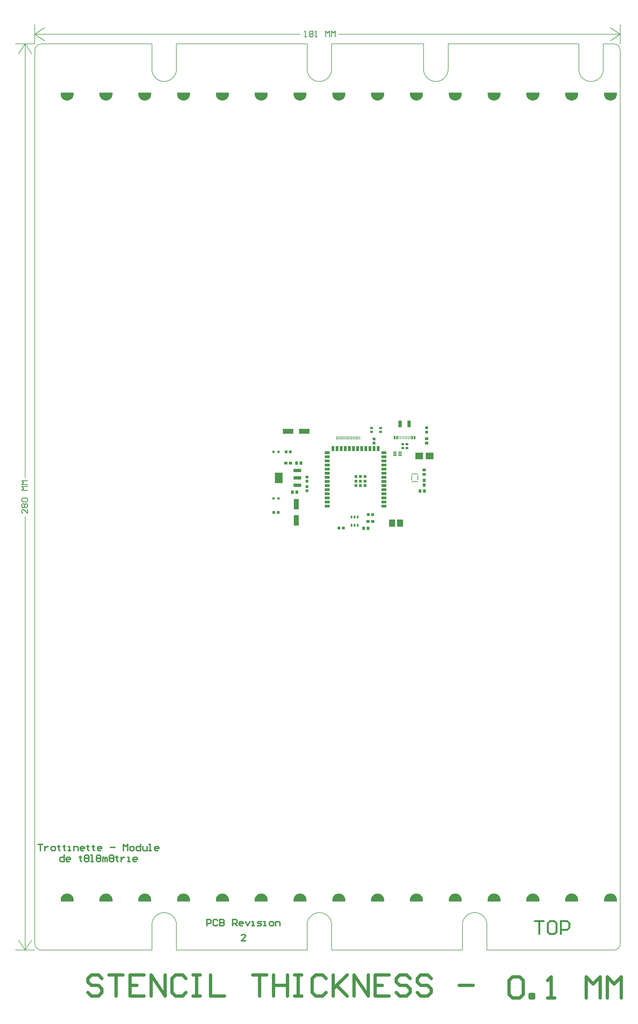
<source format=gtp>
G04*
G04 #@! TF.GenerationSoftware,Altium Limited,Altium Designer,25.2.1 (25)*
G04*
G04 Layer_Color=8421504*
%FSLAX25Y25*%
%MOIN*%
G70*
G04*
G04 #@! TF.SameCoordinates,19AB45F0-FF71-4E06-AC9F-8C434743CFD0*
G04*
G04*
G04 #@! TF.FilePolarity,Positive*
G04*
G01*
G75*
%ADD14C,0.00500*%
%ADD17C,0.01000*%
%ADD18C,0.03937*%
%ADD19C,0.01575*%
%ADD20C,0.02362*%
%ADD21R,0.07500X0.09000*%
%ADD22R,0.03347X0.03740*%
%ADD23R,0.03150X0.03150*%
%ADD24R,0.03543X0.03937*%
%ADD25R,0.03740X0.03347*%
%ADD26R,0.05906X0.03543*%
%ADD27R,0.03543X0.05906*%
%ADD28R,0.03543X0.03543*%
%ADD29R,0.09646X0.08465*%
%ADD30R,0.00906X0.03937*%
%ADD31R,0.03937X0.03543*%
%ADD32R,0.03347X0.02756*%
%ADD33R,0.03812X0.03963*%
%ADD34R,0.03937X0.07874*%
%ADD35R,0.01063X0.03937*%
%ADD36R,0.02047X0.03937*%
%ADD37R,0.03898X0.01181*%
%ADD38R,0.12598X0.06299*%
G04:AMPARAMS|DCode=39|XSize=21.65mil|YSize=31.5mil|CornerRadius=1.95mil|HoleSize=0mil|Usage=FLASHONLY|Rotation=0.000|XOffset=0mil|YOffset=0mil|HoleType=Round|Shape=RoundedRectangle|*
%AMROUNDEDRECTD39*
21,1,0.02165,0.02760,0,0,0.0*
21,1,0.01776,0.03150,0,0,0.0*
1,1,0.00390,0.00888,-0.01380*
1,1,0.00390,-0.00888,-0.01380*
1,1,0.00390,-0.00888,0.01380*
1,1,0.00390,0.00888,0.01380*
%
%ADD39ROUNDEDRECTD39*%
%ADD40R,0.09449X0.03937*%
%ADD41R,0.09449X0.12992*%
%ADD42R,0.03963X0.03812*%
%ADD43R,0.06299X0.12598*%
G36*
X428659Y534274D02*
Y533498D01*
X428357Y531975D01*
X427763Y530541D01*
X426900Y529251D01*
X425803Y528153D01*
X424512Y527291D01*
X423078Y526697D01*
X421556Y526394D01*
X420004D01*
X418484Y526696D01*
X417052Y527290D01*
X415763Y528151D01*
X414666Y529247D01*
X413805Y530536D01*
X413212Y531968D01*
X412909Y533489D01*
Y534264D01*
Y536244D01*
X428659D01*
Y534274D01*
D02*
G37*
G36*
X381409D02*
Y533498D01*
X381106Y531975D01*
X380512Y530541D01*
X379650Y529251D01*
X378553Y528153D01*
X377262Y527291D01*
X375828Y526697D01*
X374306Y526394D01*
X372754D01*
X371234Y526696D01*
X369801Y527290D01*
X368513Y528151D01*
X367416Y529247D01*
X366555Y530536D01*
X365962Y531968D01*
X365659Y533489D01*
Y534264D01*
Y536244D01*
X381409D01*
Y534274D01*
D02*
G37*
G36*
X334169D02*
Y533498D01*
X333867Y531975D01*
X333273Y530541D01*
X332410Y529251D01*
X331313Y528153D01*
X330022Y527291D01*
X328588Y526697D01*
X327065Y526394D01*
X325514D01*
X323994Y526696D01*
X322562Y527290D01*
X321272Y528151D01*
X320176Y529247D01*
X319315Y530536D01*
X318722Y531968D01*
X318419Y533489D01*
Y534264D01*
Y536244D01*
X334169D01*
Y534274D01*
D02*
G37*
G36*
X286929D02*
Y533498D01*
X286627Y531975D01*
X286033Y530541D01*
X285170Y529251D01*
X284073Y528153D01*
X282782Y527291D01*
X281348Y526697D01*
X279825Y526394D01*
X278274D01*
X276754Y526696D01*
X275322Y527290D01*
X274032Y528151D01*
X272936Y529247D01*
X272075Y530536D01*
X271482Y531968D01*
X271179Y533489D01*
Y534264D01*
Y536244D01*
X286929D01*
Y534274D01*
D02*
G37*
G36*
X239679D02*
Y533498D01*
X239376Y531975D01*
X238783Y530541D01*
X237920Y529251D01*
X236823Y528153D01*
X235532Y527291D01*
X234098Y526697D01*
X232575Y526394D01*
X231024D01*
X229504Y526696D01*
X228071Y527290D01*
X226782Y528151D01*
X225686Y529247D01*
X224825Y530536D01*
X224232Y531968D01*
X223929Y533489D01*
Y534264D01*
Y536244D01*
X239679D01*
Y534274D01*
D02*
G37*
G36*
X192439D02*
Y533498D01*
X192137Y531975D01*
X191542Y530541D01*
X190680Y529251D01*
X189583Y528153D01*
X188292Y527291D01*
X186858Y526697D01*
X185336Y526394D01*
X183784D01*
X182264Y526696D01*
X180832Y527290D01*
X179543Y528151D01*
X178446Y529247D01*
X177585Y530536D01*
X176992Y531968D01*
X176689Y533489D01*
Y534264D01*
Y536244D01*
X192439D01*
Y534274D01*
D02*
G37*
G36*
X145189D02*
Y533498D01*
X144887Y531975D01*
X144292Y530541D01*
X143430Y529251D01*
X142333Y528153D01*
X141042Y527291D01*
X139608Y526697D01*
X138085Y526394D01*
X136534D01*
X135014Y526696D01*
X133581Y527290D01*
X132292Y528151D01*
X131196Y529247D01*
X130335Y530536D01*
X129742Y531968D01*
X129439Y533489D01*
Y534264D01*
Y536244D01*
X145189D01*
Y534274D01*
D02*
G37*
G36*
X97949D02*
Y533498D01*
X97646Y531975D01*
X97053Y530541D01*
X96190Y529251D01*
X95093Y528153D01*
X93802Y527291D01*
X92368Y526697D01*
X90846Y526394D01*
X89294D01*
X87774Y526696D01*
X86342Y527290D01*
X85053Y528151D01*
X83956Y529247D01*
X83095Y530536D01*
X82502Y531968D01*
X82199Y533489D01*
Y534264D01*
Y536244D01*
X97949D01*
Y534274D01*
D02*
G37*
G36*
X50709D02*
Y533498D01*
X50406Y531975D01*
X49812Y530541D01*
X48950Y529251D01*
X47853Y528153D01*
X46562Y527291D01*
X45128Y526697D01*
X43606Y526394D01*
X42054D01*
X40534Y526696D01*
X39101Y527290D01*
X37813Y528151D01*
X36716Y529247D01*
X35855Y530536D01*
X35262Y531968D01*
X34959Y533489D01*
Y534264D01*
Y536244D01*
X50709D01*
Y534274D01*
D02*
G37*
G36*
X3459D02*
Y533498D01*
X3156Y531975D01*
X2562Y530541D01*
X1700Y529251D01*
X603Y528153D01*
X-688Y527291D01*
X-2122Y526697D01*
X-3644Y526394D01*
X-5196D01*
X-6716Y526696D01*
X-8149Y527290D01*
X-9437Y528151D01*
X-10534Y529247D01*
X-11395Y530536D01*
X-11988Y531968D01*
X-12291Y533489D01*
Y534264D01*
Y536244D01*
X3459D01*
Y534274D01*
D02*
G37*
G36*
X-43781D02*
Y533498D01*
X-44083Y531975D01*
X-44677Y530541D01*
X-45540Y529251D01*
X-46637Y528153D01*
X-47928Y527291D01*
X-49362Y526697D01*
X-50884Y526394D01*
X-52436D01*
X-53956Y526696D01*
X-55388Y527290D01*
X-56678Y528151D01*
X-57774Y529247D01*
X-58635Y530536D01*
X-59228Y531968D01*
X-59531Y533489D01*
Y534264D01*
Y536244D01*
X-43781D01*
Y534274D01*
D02*
G37*
G36*
X-91031D02*
Y533498D01*
X-91334Y531975D01*
X-91927Y530541D01*
X-92790Y529251D01*
X-93887Y528153D01*
X-95178Y527291D01*
X-96612Y526697D01*
X-98134Y526394D01*
X-99686D01*
X-101206Y526696D01*
X-102638Y527290D01*
X-103928Y528151D01*
X-105024Y529247D01*
X-105885Y530536D01*
X-106478Y531968D01*
X-106781Y533489D01*
Y534264D01*
Y536244D01*
X-91031D01*
Y534274D01*
D02*
G37*
G36*
X-138271D02*
Y533498D01*
X-138574Y531975D01*
X-139167Y530541D01*
X-140030Y529251D01*
X-141127Y528153D01*
X-142418Y527291D01*
X-143852Y526697D01*
X-145375Y526394D01*
X-146926D01*
X-148446Y526696D01*
X-149879Y527290D01*
X-151168Y528151D01*
X-152264Y529247D01*
X-153125Y530536D01*
X-153718Y531968D01*
X-154021Y533489D01*
Y534264D01*
Y536244D01*
X-138271D01*
Y534274D01*
D02*
G37*
G36*
X-185511D02*
Y533498D01*
X-185813Y531975D01*
X-186407Y530541D01*
X-187270Y529251D01*
X-188367Y528153D01*
X-189658Y527291D01*
X-191092Y526697D01*
X-192614Y526394D01*
X-194166D01*
X-195686Y526696D01*
X-197118Y527290D01*
X-198407Y528151D01*
X-199504Y529247D01*
X-200365Y530536D01*
X-200958Y531968D01*
X-201261Y533489D01*
Y534264D01*
Y536244D01*
X-185511D01*
Y534274D01*
D02*
G37*
G36*
X-232761D02*
Y533498D01*
X-233064Y531975D01*
X-233658Y530541D01*
X-234520Y529251D01*
X-235617Y528153D01*
X-236908Y527291D01*
X-238342Y526697D01*
X-239864Y526394D01*
X-241416D01*
X-242936Y526696D01*
X-244369Y527290D01*
X-245657Y528151D01*
X-246754Y529247D01*
X-247615Y530536D01*
X-248208Y531968D01*
X-248511Y533489D01*
Y534264D01*
Y536244D01*
X-232761D01*
Y534274D01*
D02*
G37*
G36*
X185901Y71267D02*
X184964D01*
Y73039D01*
X185901D01*
Y71267D01*
D02*
G37*
G36*
X183933D02*
X182996D01*
Y73039D01*
X183933D01*
Y71267D01*
D02*
G37*
G36*
X181964D02*
X181027D01*
Y73039D01*
X181964D01*
Y71267D01*
D02*
G37*
G36*
X179996D02*
X179059D01*
Y73039D01*
X179996D01*
Y71267D01*
D02*
G37*
G36*
X186958Y69076D02*
X185187D01*
Y70013D01*
X186958D01*
Y69076D01*
D02*
G37*
G36*
X179773D02*
X178001D01*
Y70013D01*
X179773D01*
Y69076D01*
D02*
G37*
G36*
X186958Y67108D02*
X185187D01*
Y68045D01*
X186958D01*
Y67108D01*
D02*
G37*
G36*
X179773D02*
X178001D01*
Y68045D01*
X179773D01*
Y67108D01*
D02*
G37*
G36*
X186958Y65139D02*
X185187D01*
Y66076D01*
X186958D01*
Y65139D01*
D02*
G37*
G36*
X179773D02*
X178001D01*
Y66076D01*
X179773D01*
Y65139D01*
D02*
G37*
G36*
X185901Y62114D02*
X184964D01*
Y63885D01*
X185901D01*
Y62114D01*
D02*
G37*
G36*
X183933D02*
X182996D01*
Y63885D01*
X183933D01*
Y62114D01*
D02*
G37*
G36*
X181964D02*
X181027D01*
Y63885D01*
X181964D01*
Y62114D01*
D02*
G37*
G36*
X179996D02*
X179059D01*
Y63885D01*
X179996D01*
Y62114D01*
D02*
G37*
G36*
X423078Y-438459D02*
X424512Y-439053D01*
X425803Y-439915D01*
X426900Y-441013D01*
X427763Y-442303D01*
X428357Y-443737D01*
X428659Y-445260D01*
Y-446036D01*
Y-448006D01*
X412909D01*
Y-446026D01*
Y-445251D01*
X413212Y-443730D01*
X413805Y-442298D01*
X414666Y-441009D01*
X415763Y-439913D01*
X417052Y-439052D01*
X418484Y-438458D01*
X420004Y-438156D01*
X421556D01*
X423078Y-438459D01*
D02*
G37*
G36*
X375828D02*
X377262Y-439053D01*
X378553Y-439915D01*
X379650Y-441013D01*
X380512Y-442303D01*
X381106Y-443737D01*
X381409Y-445260D01*
Y-446036D01*
Y-448006D01*
X365659D01*
Y-446026D01*
Y-445251D01*
X365962Y-443730D01*
X366555Y-442298D01*
X367416Y-441009D01*
X368513Y-439913D01*
X369801Y-439052D01*
X371234Y-438458D01*
X372754Y-438156D01*
X374306D01*
X375828Y-438459D01*
D02*
G37*
G36*
X328588D02*
X330022Y-439053D01*
X331313Y-439915D01*
X332410Y-441013D01*
X333273Y-442303D01*
X333867Y-443737D01*
X334169Y-445260D01*
Y-446036D01*
Y-448006D01*
X318419D01*
Y-446026D01*
Y-445251D01*
X318722Y-443730D01*
X319315Y-442298D01*
X320176Y-441009D01*
X321272Y-439913D01*
X322562Y-439052D01*
X323994Y-438458D01*
X325514Y-438156D01*
X327065D01*
X328588Y-438459D01*
D02*
G37*
G36*
X281348D02*
X282782Y-439053D01*
X284073Y-439915D01*
X285170Y-441013D01*
X286033Y-442303D01*
X286627Y-443737D01*
X286929Y-445260D01*
Y-446036D01*
Y-448006D01*
X271179D01*
Y-446026D01*
Y-445251D01*
X271482Y-443730D01*
X272075Y-442298D01*
X272936Y-441009D01*
X274032Y-439913D01*
X275322Y-439052D01*
X276754Y-438458D01*
X278274Y-438156D01*
X279825D01*
X281348Y-438459D01*
D02*
G37*
G36*
X234098D02*
X235532Y-439053D01*
X236823Y-439915D01*
X237920Y-441013D01*
X238783Y-442303D01*
X239376Y-443737D01*
X239679Y-445260D01*
Y-446036D01*
Y-448006D01*
X223929D01*
Y-446026D01*
Y-445251D01*
X224232Y-443730D01*
X224825Y-442298D01*
X225686Y-441009D01*
X226782Y-439913D01*
X228071Y-439052D01*
X229504Y-438458D01*
X231024Y-438156D01*
X232575D01*
X234098Y-438459D01*
D02*
G37*
G36*
X186858D02*
X188292Y-439053D01*
X189583Y-439915D01*
X190680Y-441013D01*
X191542Y-442303D01*
X192137Y-443737D01*
X192439Y-445260D01*
Y-446036D01*
Y-448006D01*
X176689D01*
Y-446026D01*
Y-445251D01*
X176992Y-443730D01*
X177585Y-442298D01*
X178446Y-441009D01*
X179543Y-439913D01*
X180832Y-439052D01*
X182264Y-438458D01*
X183784Y-438156D01*
X185336D01*
X186858Y-438459D01*
D02*
G37*
G36*
X139608D02*
X141042Y-439053D01*
X142333Y-439915D01*
X143430Y-441013D01*
X144292Y-442303D01*
X144887Y-443737D01*
X145189Y-445260D01*
Y-446036D01*
Y-448006D01*
X129439D01*
Y-446026D01*
Y-445251D01*
X129742Y-443730D01*
X130335Y-442298D01*
X131196Y-441009D01*
X132292Y-439913D01*
X133581Y-439052D01*
X135014Y-438458D01*
X136534Y-438156D01*
X138085D01*
X139608Y-438459D01*
D02*
G37*
G36*
X92368D02*
X93802Y-439053D01*
X95093Y-439915D01*
X96190Y-441013D01*
X97053Y-442303D01*
X97646Y-443737D01*
X97949Y-445260D01*
Y-446036D01*
Y-448006D01*
X82199D01*
Y-446026D01*
Y-445251D01*
X82502Y-443730D01*
X83095Y-442298D01*
X83956Y-441009D01*
X85053Y-439913D01*
X86342Y-439052D01*
X87774Y-438458D01*
X89294Y-438156D01*
X90846D01*
X92368Y-438459D01*
D02*
G37*
G36*
X45128D02*
X46562Y-439053D01*
X47853Y-439915D01*
X48950Y-441013D01*
X49812Y-442303D01*
X50406Y-443737D01*
X50709Y-445260D01*
Y-446036D01*
Y-448006D01*
X34959D01*
Y-446026D01*
Y-445251D01*
X35262Y-443730D01*
X35855Y-442298D01*
X36716Y-441009D01*
X37813Y-439913D01*
X39101Y-439052D01*
X40534Y-438458D01*
X42054Y-438156D01*
X43606D01*
X45128Y-438459D01*
D02*
G37*
G36*
X-2122D02*
X-688Y-439053D01*
X603Y-439915D01*
X1700Y-441013D01*
X2562Y-442303D01*
X3156Y-443737D01*
X3459Y-445260D01*
Y-446036D01*
Y-448006D01*
X-12291D01*
Y-446026D01*
Y-445251D01*
X-11988Y-443730D01*
X-11395Y-442298D01*
X-10534Y-441009D01*
X-9437Y-439913D01*
X-8149Y-439052D01*
X-6716Y-438458D01*
X-5196Y-438156D01*
X-3644D01*
X-2122Y-438459D01*
D02*
G37*
G36*
X-49362D02*
X-47928Y-439053D01*
X-46637Y-439915D01*
X-45540Y-441013D01*
X-44677Y-442303D01*
X-44083Y-443737D01*
X-43781Y-445260D01*
Y-446036D01*
Y-448006D01*
X-59531D01*
Y-446026D01*
Y-445251D01*
X-59228Y-443730D01*
X-58635Y-442298D01*
X-57774Y-441009D01*
X-56678Y-439913D01*
X-55388Y-439052D01*
X-53956Y-438458D01*
X-52436Y-438156D01*
X-50884D01*
X-49362Y-438459D01*
D02*
G37*
G36*
X-96612D02*
X-95178Y-439053D01*
X-93887Y-439915D01*
X-92790Y-441013D01*
X-91927Y-442303D01*
X-91334Y-443737D01*
X-91031Y-445260D01*
Y-446036D01*
Y-448006D01*
X-106781D01*
Y-446026D01*
Y-445251D01*
X-106478Y-443730D01*
X-105885Y-442298D01*
X-105024Y-441009D01*
X-103928Y-439913D01*
X-102638Y-439052D01*
X-101206Y-438458D01*
X-99686Y-438156D01*
X-98134D01*
X-96612Y-438459D01*
D02*
G37*
G36*
X-143852D02*
X-142418Y-439053D01*
X-141127Y-439915D01*
X-140030Y-441013D01*
X-139167Y-442303D01*
X-138574Y-443737D01*
X-138271Y-445260D01*
Y-446036D01*
Y-448006D01*
X-154021D01*
Y-446026D01*
Y-445251D01*
X-153718Y-443730D01*
X-153125Y-442298D01*
X-152264Y-441009D01*
X-151168Y-439913D01*
X-149879Y-439052D01*
X-148446Y-438458D01*
X-146926Y-438156D01*
X-145375D01*
X-143852Y-438459D01*
D02*
G37*
G36*
X-191092D02*
X-189658Y-439053D01*
X-188367Y-439915D01*
X-187270Y-441013D01*
X-186407Y-442303D01*
X-185813Y-443737D01*
X-185511Y-445260D01*
Y-446036D01*
Y-448006D01*
X-201261D01*
Y-446026D01*
Y-445251D01*
X-200958Y-443730D01*
X-200365Y-442298D01*
X-199504Y-441009D01*
X-198407Y-439913D01*
X-197118Y-439052D01*
X-195686Y-438458D01*
X-194166Y-438156D01*
X-192614D01*
X-191092Y-438459D01*
D02*
G37*
G36*
X-238342D02*
X-236908Y-439053D01*
X-235617Y-439915D01*
X-234520Y-441013D01*
X-233658Y-442303D01*
X-233064Y-443737D01*
X-232761Y-445260D01*
Y-446036D01*
Y-448006D01*
X-248511D01*
Y-446026D01*
Y-445251D01*
X-248208Y-443730D01*
X-247615Y-442298D01*
X-246754Y-441009D01*
X-245657Y-439913D01*
X-244369Y-439052D01*
X-242936Y-438458D01*
X-241416Y-438156D01*
X-239864D01*
X-238342Y-438459D01*
D02*
G37*
D14*
X-272127Y595306D02*
G03*
X-280000Y587432I0J-7874D01*
G01*
Y-499182D02*
G03*
X-272127Y-507056I7874J0D01*
G01*
X432598Y587432D02*
G03*
X424724Y595306I-7874J0D01*
G01*
Y-507056D02*
G03*
X432598Y-499182I0J7874D01*
G01*
X-137475Y564598D02*
G03*
X-122514Y549637I14961J0D01*
G01*
X-122520D02*
G03*
X-107560Y564598I0J14961D01*
G01*
X51502D02*
G03*
X66462Y549637I14961J0D01*
G01*
X66456D02*
G03*
X81417Y564598I0J14961D01*
G01*
X193234D02*
G03*
X208194Y549637I14961J0D01*
G01*
X208189D02*
G03*
X223149Y564598I0J14961D01*
G01*
X382210D02*
G03*
X397171Y549637I14961J0D01*
G01*
X397165D02*
G03*
X412125Y564598I0J14961D01*
G01*
X270393Y-476347D02*
G03*
X255433Y-461387I-14961J0D01*
G01*
X255439D02*
G03*
X240478Y-476347I0J-14961D01*
G01*
X-122514Y-461387D02*
G03*
X-137475Y-476347I0J-14961D01*
G01*
X-107560D02*
G03*
X-122520Y-461387I-14961J0D01*
G01*
X66462D02*
G03*
X51502Y-476347I0J-14961D01*
G01*
X81417D02*
G03*
X66456Y-461387I-14961J0D01*
G01*
X-280000Y595306D02*
Y618928D01*
X-280001Y587432D02*
X-280000Y-499182D01*
X-291812Y20503D02*
X-291811Y-507056D01*
X-291812Y67747D02*
X-291811Y595306D01*
X-280000Y607117D02*
X-268189Y614991D01*
X-280000Y607117D02*
X-268189Y599243D01*
X-291811Y-507056D02*
X-283938Y-495245D01*
X-291811Y595306D02*
X-283938Y583495D01*
X-303623Y-507056D02*
X-280000D01*
X-299686Y-495245D02*
X-291811Y-507056D01*
X-299686Y583495D02*
X-291811Y595306D01*
X-272127Y-507056D02*
X-137481D01*
X270393D02*
X424724D01*
X432598Y595306D02*
Y618928D01*
X432597Y587432D02*
X432598Y-499182D01*
X420787Y599243D02*
X432598Y607117D01*
X420787Y614991D02*
X432598Y607117D01*
X-137481Y564598D02*
Y595306D01*
X-107560Y564598D02*
Y595306D01*
X51496Y564598D02*
Y595306D01*
X81417Y564598D02*
Y595306D01*
X193228Y564598D02*
Y595306D01*
X223149Y564598D02*
Y595306D01*
X382204Y564598D02*
Y595306D01*
X412125Y564598D02*
Y595306D01*
X424724D01*
X223149D02*
X382204D01*
X81417D02*
X193228D01*
X-107560D02*
X51496D01*
X-272127D02*
X-137481D01*
X81417Y-507056D02*
X240478D01*
X270393D02*
Y-476347D01*
X240472Y-507056D02*
Y-476347D01*
X-137481Y-507056D02*
Y-476347D01*
X-107560Y-507056D02*
Y-476347D01*
X51496Y-507056D02*
Y-476347D01*
X81417Y-507056D02*
Y-476347D01*
X-107560Y-507056D02*
X51496D01*
X90078Y607117D02*
X432598Y607117D01*
X-280000Y607117D02*
X42834D01*
X-303623Y595306D02*
X-280000D01*
D17*
X-288875Y29229D02*
Y24564D01*
X-293540Y29229D01*
X-294706D01*
X-295872Y28063D01*
Y25730D01*
X-294706Y24564D01*
Y31562D02*
X-295872Y32728D01*
Y35061D01*
X-294706Y36227D01*
X-293540D01*
X-292373Y35061D01*
X-291207Y36227D01*
X-290041D01*
X-288875Y35061D01*
Y32728D01*
X-290041Y31562D01*
X-291207D01*
X-292373Y32728D01*
X-293540Y31562D01*
X-294706D01*
X-292373Y32728D02*
Y35061D01*
X-294706Y38559D02*
X-295872Y39726D01*
Y42058D01*
X-294706Y43225D01*
X-290041D01*
X-288875Y42058D01*
Y39726D01*
X-290041Y38559D01*
X-294706D01*
X-288875Y52555D02*
X-295872D01*
X-293540Y54887D01*
X-295872Y57220D01*
X-288875D01*
Y59553D02*
X-295872D01*
X-293540Y61885D01*
X-295872Y64218D01*
X-288875D01*
X48266Y604180D02*
X50598D01*
X49432D01*
Y611178D01*
X48266Y610012D01*
X54097D02*
X55263Y611178D01*
X57596D01*
X58762Y610012D01*
Y608846D01*
X57596Y607679D01*
X58762Y606513D01*
Y605347D01*
X57596Y604180D01*
X55263D01*
X54097Y605347D01*
Y606513D01*
X55263Y607679D01*
X54097Y608846D01*
Y610012D01*
X55263Y607679D02*
X57596D01*
X61095Y604180D02*
X63427D01*
X62261D01*
Y611178D01*
X61095Y610012D01*
X73924Y604180D02*
Y611178D01*
X76257Y608846D01*
X78589Y611178D01*
Y604180D01*
X80922D02*
Y611178D01*
X83254Y608846D01*
X85587Y611178D01*
Y604180D01*
D18*
X297422Y-543956D02*
X301685Y-539692D01*
X310213D01*
X314476Y-543956D01*
Y-561011D01*
X310213Y-565274D01*
X301685D01*
X297422Y-561011D01*
Y-543956D01*
X323004Y-565274D02*
Y-561011D01*
X327268D01*
Y-565274D01*
X323004D01*
X344322D02*
X352850D01*
X348586D01*
Y-539692D01*
X344322Y-543956D01*
X391223Y-565274D02*
Y-539692D01*
X399751Y-548220D01*
X408278Y-539692D01*
Y-565274D01*
X416805D02*
Y-539692D01*
X425333Y-548220D01*
X433860Y-539692D01*
Y-565274D01*
X-198207Y-541515D02*
X-202471Y-537251D01*
X-210998D01*
X-215262Y-541515D01*
Y-545778D01*
X-210998Y-550042D01*
X-202471D01*
X-198207Y-554306D01*
Y-558569D01*
X-202471Y-562833D01*
X-210998D01*
X-215262Y-558569D01*
X-189680Y-537251D02*
X-172625D01*
X-181152D01*
Y-562833D01*
X-147043Y-537251D02*
X-164097D01*
Y-562833D01*
X-147043D01*
X-164097Y-550042D02*
X-155570D01*
X-138515Y-562833D02*
Y-537251D01*
X-121460Y-562833D01*
Y-537251D01*
X-95878Y-541515D02*
X-100142Y-537251D01*
X-108669D01*
X-112933Y-541515D01*
Y-558569D01*
X-108669Y-562833D01*
X-100142D01*
X-95878Y-558569D01*
X-87350Y-537251D02*
X-78823D01*
X-83087D01*
Y-562833D01*
X-87350D01*
X-78823D01*
X-66032Y-537251D02*
Y-562833D01*
X-48977D01*
X-14867Y-537251D02*
X2187D01*
X-6340D01*
Y-562833D01*
X10715Y-537251D02*
Y-562833D01*
Y-550042D01*
X27770D01*
Y-537251D01*
Y-562833D01*
X36297Y-537251D02*
X44825D01*
X40561D01*
Y-562833D01*
X36297D01*
X44825D01*
X74671Y-541515D02*
X70407Y-537251D01*
X61879D01*
X57616Y-541515D01*
Y-558569D01*
X61879Y-562833D01*
X70407D01*
X74671Y-558569D01*
X83198Y-537251D02*
Y-562833D01*
Y-554306D01*
X100253Y-537251D01*
X87462Y-550042D01*
X100253Y-562833D01*
X108780D02*
Y-537251D01*
X125835Y-562833D01*
Y-537251D01*
X151418D02*
X134363D01*
Y-562833D01*
X151418D01*
X134363Y-550042D02*
X142890D01*
X177000Y-541515D02*
X172736Y-537251D01*
X164209D01*
X159945Y-541515D01*
Y-545778D01*
X164209Y-550042D01*
X172736D01*
X177000Y-554306D01*
Y-558569D01*
X172736Y-562833D01*
X164209D01*
X159945Y-558569D01*
X202582Y-541515D02*
X198318Y-537251D01*
X189791D01*
X185527Y-541515D01*
Y-545778D01*
X189791Y-550042D01*
X198318D01*
X202582Y-554306D01*
Y-558569D01*
X198318Y-562833D01*
X189791D01*
X185527Y-558569D01*
X236692Y-550042D02*
X253747D01*
D19*
X-70853Y-477360D02*
Y-469488D01*
X-66917D01*
X-65605Y-470800D01*
Y-473424D01*
X-66917Y-474736D01*
X-70853D01*
X-57734Y-470800D02*
X-59046Y-469488D01*
X-61670D01*
X-62982Y-470800D01*
Y-476048D01*
X-61670Y-477360D01*
X-59046D01*
X-57734Y-476048D01*
X-55110Y-469488D02*
Y-477360D01*
X-51174D01*
X-49863Y-476048D01*
Y-474736D01*
X-51174Y-473424D01*
X-55110D01*
X-51174D01*
X-49863Y-472112D01*
Y-470800D01*
X-51174Y-469488D01*
X-55110D01*
X-39367Y-477360D02*
Y-469488D01*
X-35432D01*
X-34120Y-470800D01*
Y-473424D01*
X-35432Y-474736D01*
X-39367D01*
X-36743D02*
X-34120Y-477360D01*
X-27560D02*
X-30184D01*
X-31496Y-476048D01*
Y-473424D01*
X-30184Y-472112D01*
X-27560D01*
X-26248Y-473424D01*
Y-474736D01*
X-31496D01*
X-23624Y-472112D02*
X-21000Y-477360D01*
X-18377Y-472112D01*
X-15753Y-477360D02*
X-13129D01*
X-14441D01*
Y-472112D01*
X-15753D01*
X-9193Y-477360D02*
X-5257D01*
X-3946Y-476048D01*
X-5257Y-474736D01*
X-7881D01*
X-9193Y-473424D01*
X-7881Y-472112D01*
X-3946D01*
X-1322Y-477360D02*
X1302D01*
X-10D01*
Y-472112D01*
X-1322D01*
X6550Y-477360D02*
X9174D01*
X10486Y-476048D01*
Y-473424D01*
X9174Y-472112D01*
X6550D01*
X5238Y-473424D01*
Y-476048D01*
X6550Y-477360D01*
X13109D02*
Y-472112D01*
X17045D01*
X18357Y-473424D01*
Y-477360D01*
X-23578Y-495617D02*
X-28826D01*
X-23578Y-490370D01*
Y-489058D01*
X-24890Y-487746D01*
X-27514D01*
X-28826Y-489058D01*
X-276003Y-378133D02*
X-270755D01*
X-273379D01*
Y-386004D01*
X-268131Y-380757D02*
Y-386004D01*
Y-383381D01*
X-266819Y-382069D01*
X-265507Y-380757D01*
X-264195D01*
X-258948Y-386004D02*
X-256324D01*
X-255012Y-384693D01*
Y-382069D01*
X-256324Y-380757D01*
X-258948D01*
X-260260Y-382069D01*
Y-384693D01*
X-258948Y-386004D01*
X-251076Y-379445D02*
Y-380757D01*
X-252388D01*
X-249764D01*
X-251076D01*
Y-384693D01*
X-249764Y-386004D01*
X-244517Y-379445D02*
Y-380757D01*
X-245829D01*
X-243205D01*
X-244517D01*
Y-384693D01*
X-243205Y-386004D01*
X-239269D02*
X-236645D01*
X-237957D01*
Y-380757D01*
X-239269D01*
X-232710Y-386004D02*
Y-380757D01*
X-228774D01*
X-227462Y-382069D01*
Y-386004D01*
X-220902D02*
X-223526D01*
X-224838Y-384693D01*
Y-382069D01*
X-223526Y-380757D01*
X-220902D01*
X-219590Y-382069D01*
Y-383381D01*
X-224838D01*
X-215655Y-379445D02*
Y-380757D01*
X-216967D01*
X-214343D01*
X-215655D01*
Y-384693D01*
X-214343Y-386004D01*
X-209095Y-379445D02*
Y-380757D01*
X-210407D01*
X-207783D01*
X-209095D01*
Y-384693D01*
X-207783Y-386004D01*
X-199912D02*
X-202536D01*
X-203847Y-384693D01*
Y-382069D01*
X-202536Y-380757D01*
X-199912D01*
X-198600Y-382069D01*
Y-383381D01*
X-203847D01*
X-188104Y-382069D02*
X-182857D01*
X-172362Y-386004D02*
Y-378133D01*
X-169738Y-380757D01*
X-167114Y-378133D01*
Y-386004D01*
X-163178D02*
X-160554D01*
X-159242Y-384693D01*
Y-382069D01*
X-160554Y-380757D01*
X-163178D01*
X-164490Y-382069D01*
Y-384693D01*
X-163178Y-386004D01*
X-151371Y-378133D02*
Y-386004D01*
X-155307D01*
X-156618Y-384693D01*
Y-382069D01*
X-155307Y-380757D01*
X-151371D01*
X-148747D02*
Y-384693D01*
X-147435Y-386004D01*
X-143499D01*
Y-380757D01*
X-140876Y-386004D02*
X-138252D01*
X-139564D01*
Y-378133D01*
X-140876D01*
X-130380Y-386004D02*
X-133004D01*
X-134316Y-384693D01*
Y-382069D01*
X-133004Y-380757D01*
X-130380D01*
X-129068Y-382069D01*
Y-383381D01*
X-134316D01*
X-244517Y-391358D02*
Y-399230D01*
X-248452D01*
X-249764Y-397918D01*
Y-395294D01*
X-248452Y-393982D01*
X-244517D01*
X-237957Y-399230D02*
X-240581D01*
X-241893Y-397918D01*
Y-395294D01*
X-240581Y-393982D01*
X-237957D01*
X-236645Y-395294D01*
Y-396606D01*
X-241893D01*
X-224838Y-392670D02*
Y-393982D01*
X-226150D01*
X-223526D01*
X-224838D01*
Y-397918D01*
X-223526Y-399230D01*
X-218279Y-391358D02*
X-219590Y-392670D01*
Y-397918D01*
X-218279Y-399230D01*
X-215655D01*
X-214343Y-397918D01*
Y-392670D01*
X-215655Y-391358D01*
X-218279D01*
X-219590Y-393982D02*
X-218279Y-395294D01*
X-215655D01*
X-214343Y-393982D01*
X-211719Y-399230D02*
X-209095D01*
X-210407D01*
Y-391358D01*
X-211719D01*
X-203847D02*
X-205159Y-392670D01*
Y-397918D01*
X-203847Y-399230D01*
X-201224D01*
X-199912Y-397918D01*
Y-392670D01*
X-201224Y-391358D01*
X-203847D01*
X-205159Y-393982D02*
X-203847Y-395294D01*
X-201224D01*
X-199912Y-393982D01*
X-197288Y-399230D02*
Y-393982D01*
X-195976D01*
X-194664Y-395294D01*
Y-399230D01*
Y-395294D01*
X-193352Y-393982D01*
X-192040Y-395294D01*
Y-399230D01*
X-188104Y-391358D02*
X-189416Y-392670D01*
Y-397918D01*
X-188104Y-399230D01*
X-185481D01*
X-184169Y-397918D01*
Y-392670D01*
X-185481Y-391358D01*
X-188104D01*
X-189416Y-393982D02*
X-188104Y-395294D01*
X-185481D01*
X-184169Y-393982D01*
X-180233Y-392670D02*
Y-393982D01*
X-181545D01*
X-178921D01*
X-180233D01*
Y-397918D01*
X-178921Y-399230D01*
X-174985Y-393982D02*
Y-399230D01*
Y-396606D01*
X-173673Y-395294D01*
X-172362Y-393982D01*
X-171050D01*
X-167114Y-399230D02*
X-164490D01*
X-165802D01*
Y-393982D01*
X-167114D01*
X-156618Y-399230D02*
X-159242D01*
X-160554Y-397918D01*
Y-395294D01*
X-159242Y-393982D01*
X-156618D01*
X-155307Y-395294D01*
Y-396606D01*
X-160554D01*
D20*
X328653Y-471628D02*
X339149D01*
X333901D01*
Y-487371D01*
X352268Y-471628D02*
X347020D01*
X344396Y-474252D01*
Y-484747D01*
X347020Y-487371D01*
X352268D01*
X354891Y-484747D01*
Y-474252D01*
X352268Y-471628D01*
X360139Y-487371D02*
Y-471628D01*
X368011D01*
X370635Y-474252D01*
Y-479499D01*
X368011Y-482123D01*
X360139D01*
D21*
X164485Y12524D02*
D03*
X154985D02*
D03*
D22*
X16162Y25591D02*
D03*
X11044D02*
D03*
X31076Y99000D02*
D03*
X25958D02*
D03*
X95492Y6327D02*
D03*
X90374D02*
D03*
X126024Y22639D02*
D03*
X131142D02*
D03*
D23*
X16555Y42372D02*
D03*
X10650D02*
D03*
X16555Y99000D02*
D03*
X10650D02*
D03*
D24*
X189117Y51396D02*
D03*
X194432D02*
D03*
X125590Y6114D02*
D03*
X120275D02*
D03*
X38679Y85412D02*
D03*
X43994D02*
D03*
X33562Y50197D02*
D03*
X38877D02*
D03*
D25*
X132933Y109630D02*
D03*
Y114748D02*
D03*
X196850Y123169D02*
D03*
Y128288D02*
D03*
X51181Y63387D02*
D03*
Y68506D02*
D03*
X51181Y51760D02*
D03*
Y56878D02*
D03*
D26*
X75984Y33189D02*
D03*
Y38189D02*
D03*
Y43189D02*
D03*
Y48189D02*
D03*
Y53189D02*
D03*
Y58189D02*
D03*
Y63189D02*
D03*
Y68189D02*
D03*
Y73189D02*
D03*
Y78189D02*
D03*
Y83189D02*
D03*
Y88189D02*
D03*
Y93189D02*
D03*
Y98189D02*
D03*
X144882D02*
D03*
Y93189D02*
D03*
Y88189D02*
D03*
Y83189D02*
D03*
Y78189D02*
D03*
Y73189D02*
D03*
Y68189D02*
D03*
Y63189D02*
D03*
Y58189D02*
D03*
Y53189D02*
D03*
Y48189D02*
D03*
Y43189D02*
D03*
Y38189D02*
D03*
Y33189D02*
D03*
D27*
X82933Y103110D02*
D03*
X87933D02*
D03*
X92933D02*
D03*
X97933D02*
D03*
X102933D02*
D03*
X107933D02*
D03*
X112933D02*
D03*
X117933D02*
D03*
X122933D02*
D03*
X127933D02*
D03*
X132933D02*
D03*
X137933D02*
D03*
D28*
X110827Y58071D02*
D03*
X116339D02*
D03*
X121850D02*
D03*
X110827Y69095D02*
D03*
X116339D02*
D03*
X121850D02*
D03*
X110827Y63583D02*
D03*
X121850D02*
D03*
X116339D02*
D03*
D29*
X200527Y94213D02*
D03*
X188125D02*
D03*
D30*
X115551Y116142D02*
D03*
X113976D02*
D03*
X112402D02*
D03*
X110827D02*
D03*
X109252D02*
D03*
X107677D02*
D03*
X106102D02*
D03*
X104528D02*
D03*
X102953D02*
D03*
X101378D02*
D03*
X99803D02*
D03*
X98228D02*
D03*
X96654D02*
D03*
X95079D02*
D03*
X93504D02*
D03*
X91929D02*
D03*
X90354D02*
D03*
X88780D02*
D03*
X87205D02*
D03*
D31*
X196850Y109887D02*
D03*
Y115202D02*
D03*
X193898Y71809D02*
D03*
Y77124D02*
D03*
D32*
X167978Y108551D02*
D03*
Y103630D02*
D03*
X173024Y108551D02*
D03*
Y103630D02*
D03*
X129921Y128189D02*
D03*
Y123268D02*
D03*
X140965Y128189D02*
D03*
Y123268D02*
D03*
D33*
X193898Y58788D02*
D03*
Y64504D02*
D03*
D34*
X164659Y133051D02*
D03*
X175682D02*
D03*
D35*
X163281Y116516D02*
D03*
X165249D02*
D03*
X167218D02*
D03*
X169186D02*
D03*
X171155D02*
D03*
X173123D02*
D03*
X175092D02*
D03*
X177060D02*
D03*
D36*
X160918D02*
D03*
X157966D02*
D03*
X179422D02*
D03*
X182375D02*
D03*
D37*
X158134Y94879D02*
D03*
Y96847D02*
D03*
Y98816D02*
D03*
X164472D02*
D03*
Y96847D02*
D03*
Y94879D02*
D03*
D38*
X28346Y124008D02*
D03*
X48031D02*
D03*
D39*
X112962Y9807D02*
D03*
X109222D02*
D03*
X105482D02*
D03*
Y19847D02*
D03*
X109222D02*
D03*
X112962D02*
D03*
D40*
X39764Y58453D02*
D03*
Y67508D02*
D03*
Y76563D02*
D03*
D41*
X16929Y67508D02*
D03*
D42*
X131440Y14492D02*
D03*
X125725D02*
D03*
X25489Y85412D02*
D03*
X31204D02*
D03*
D43*
X38189Y15748D02*
D03*
Y35433D02*
D03*
M02*

</source>
